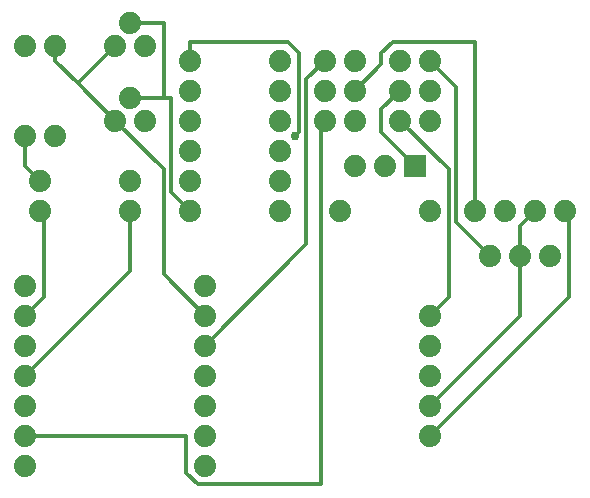
<source format=gbl>
G04 EAGLE Gerber RS-274X export*
G75*
%MOMM*%
%FSLAX34Y34*%
%LPD*%
%INBottom Copper*%
%IPPOS*%
%AMOC8*
5,1,8,0,0,1.08239X$1,22.5*%
G01*
%ADD10C,1.879600*%
%ADD11R,1.879600X1.879600*%
%ADD12C,0.304800*%
%ADD13C,0.756400*%


D10*
X469900Y228600D03*
X444500Y228600D03*
X419100Y228600D03*
X342900Y393700D03*
X368300Y393700D03*
X342900Y368300D03*
X368300Y368300D03*
X25400Y50800D03*
X25400Y76200D03*
X25400Y101600D03*
X25400Y127000D03*
X25400Y152400D03*
X25400Y177800D03*
X25400Y203200D03*
X177800Y50800D03*
X177800Y76200D03*
X177800Y101600D03*
X177800Y127000D03*
X177800Y152400D03*
X177800Y177800D03*
X177800Y203200D03*
X241300Y292100D03*
X165100Y292100D03*
X165100Y266700D03*
X241300Y266700D03*
X165100Y317500D03*
X241300Y317500D03*
X25400Y330200D03*
X25400Y406400D03*
X50800Y330200D03*
X50800Y406400D03*
X38100Y266700D03*
X38100Y292100D03*
X114300Y266700D03*
X114300Y292100D03*
X241300Y342900D03*
X165100Y342900D03*
X241300Y368300D03*
X165100Y368300D03*
X241300Y393700D03*
X165100Y393700D03*
X101600Y342900D03*
X114300Y361950D03*
X127000Y342900D03*
X101600Y406400D03*
X114300Y425450D03*
X127000Y406400D03*
D11*
X355600Y304800D03*
D10*
X330200Y304800D03*
X304800Y304800D03*
X368300Y76200D03*
X368300Y101600D03*
X368300Y127000D03*
X368300Y152400D03*
X368300Y177800D03*
X368300Y342900D03*
X342900Y342900D03*
X279400Y393700D03*
X279400Y368300D03*
X279400Y342900D03*
X482600Y266700D03*
X457200Y266700D03*
X431800Y266700D03*
X406400Y266700D03*
X304800Y342900D03*
X304800Y368300D03*
X304800Y393700D03*
X368300Y266700D03*
X292100Y266700D03*
D12*
X114300Y215900D02*
X25400Y127000D01*
X114300Y215900D02*
X114300Y266700D01*
X69850Y374650D02*
X50800Y393700D01*
X69850Y374650D02*
X101600Y342900D01*
X50800Y393700D02*
X50800Y406400D01*
X69850Y374650D02*
X101600Y406400D01*
X368300Y101600D02*
X444500Y177800D01*
X444500Y228600D01*
X444500Y254000D02*
X457200Y266700D01*
X444500Y254000D02*
X444500Y228600D01*
X142875Y301625D02*
X101600Y342900D01*
X142875Y301625D02*
X142875Y212725D01*
X177800Y177800D01*
X327025Y333375D02*
X355600Y304800D01*
X327025Y333375D02*
X327025Y352425D01*
X342900Y368300D01*
X257175Y333375D02*
X254000Y330200D01*
X257175Y333375D02*
X257175Y400050D01*
X247650Y409575D01*
X165100Y409575D01*
X165100Y393700D01*
D13*
X254000Y330200D03*
D12*
X149225Y361950D02*
X142875Y361950D01*
X114300Y361950D01*
X149225Y361950D02*
X149225Y282575D01*
X165100Y266700D01*
X142875Y425450D02*
X114300Y425450D01*
X142875Y425450D02*
X142875Y361950D01*
X368300Y393700D02*
X390525Y371475D01*
X390525Y257175D01*
X419100Y228600D01*
X38100Y292100D02*
X25400Y304800D01*
X25400Y330200D01*
X41275Y193675D02*
X25400Y177800D01*
X41275Y193675D02*
X41275Y263525D01*
X38100Y266700D01*
X177800Y152400D02*
X263525Y238125D01*
X263525Y377825D01*
X279400Y393700D01*
X161925Y76200D02*
X25400Y76200D01*
X161925Y76200D02*
X161925Y44450D01*
X171450Y34925D01*
X276225Y34925D01*
X276225Y339725D01*
X279400Y342900D01*
X384175Y193675D02*
X368300Y177800D01*
X384175Y193675D02*
X384175Y301625D01*
X342900Y342900D01*
X304800Y368300D02*
X327025Y390525D01*
X327025Y400050D01*
X336550Y409575D01*
X406400Y409575D01*
X406400Y266700D01*
X485775Y193675D02*
X368300Y76200D01*
X485775Y193675D02*
X485775Y263525D01*
X482600Y266700D01*
M02*

</source>
